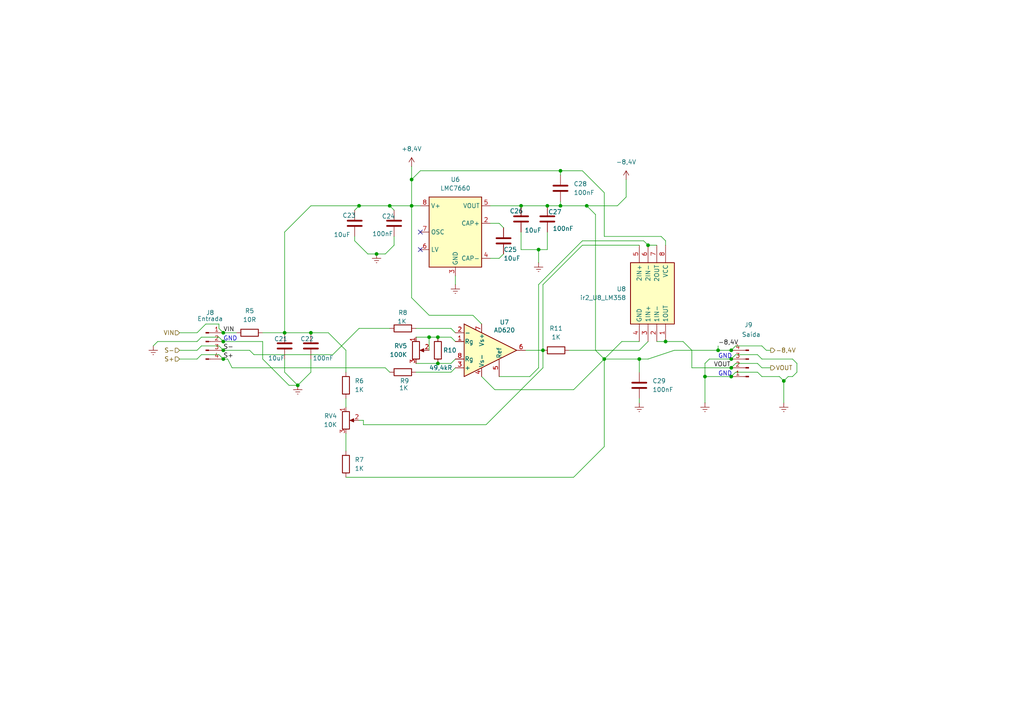
<source format=kicad_sch>
(kicad_sch (version 20250114) (generator "eeschema") (generator_version "9.0")
  (paper "A4")
  (title_block (title "PROJETO IR2_B2_UFAM") (date "07/08/2025") (rev "V1") (company "UFAM-UFMG") (comment 1 "1 - Software Proteus substituído pelo Software Kicad 9.0") (comment 2 "2 - Incluído Amplificafor de Instrumentação para reduzir ruídos") (comment 3 "3 - Incluídos conectores para cabos entrelaçados") (comment 4 "4 - Análise de 4 camadas para reduzir ruídos"))
  (lib_symbols
    (symbol "Amplifier_Instrumentation:AD620" (pin_names (offset 0.127))
      (property "Reference" "U" (at 3.81 7.62 0))
      (property "Value" "AD620" (at 5.08 5.08 0))
      (symbol "AD620_0_1"
        (polyline (pts (xy -7.62 7.62) (xy -7.62 -7.62) (xy 7.62 0) (xy -7.62 7.62)) (stroke (width 0.254)) (fill (type background)))
      )
      (symbol "AD620_1_1"
        (pin input line (at -10.16 5.08 0) (length 2.54) (name "-") (number "2"))
        (pin passive line (at -10.16 2.54 0) (length 2.54) (name "Rg") (number "1"))
        (pin passive line (at -10.16 -2.54 0) (length 2.54) (name "Rg") (number "8"))
        (pin input line (at -10.16 -5.08 0) (length 2.54) (name "+") (number "3"))
        (pin power_in line (at -2.54 7.62 270) (length 2.54) (name "Vs+") (number "7"))
        (pin power_in line (at -2.54 -7.62 90) (length 2.54) (name "Vs-") (number "4"))
        (pin passive line (at 2.54 -7.62 90) (length 5.08) (name "Ref") (number "5"))
        (pin output line (at 10.16 0 180) (length 2.54) (name "~") (number "6"))
      )
    )
    (symbol "Connector:Conn_01x04_Pin" (pin_names (offset 1.016) (hide yes))
      (property "Reference" "J" (at 0 5.08 0))
      (property "Value" "Conn_01x04_Pin" (at 0 -7.62 0))
      (symbol "Conn_01x04_Pin_1_1"
        (rectangle (start 0.8636 2.667) (end 0 2.413) (stroke (width 0.1524)) (fill (type outline)))
        (rectangle (start 0.8636 0.127) (end 0 -0.127) (stroke (width 0.1524)) (fill (type outline)))
        (rectangle (start 0.8636 -2.413) (end 0 -2.667) (stroke (width 0.1524)) (fill (type outline)))
        (rectangle (start 0.8636 -4.953) (end 0 -5.207) (stroke (width 0.1524)) (fill (type outline)))
        (polyline (pts (xy 1.27 2.54) (xy 0.8636 2.54)) (stroke (width 0.1524)))
        (polyline (pts (xy 1.27 0) (xy 0.8636 0)) (stroke (width 0.1524)))
        (polyline (pts (xy 1.27 -2.54) (xy 0.8636 -2.54)) (stroke (width 0.1524)))
        (polyline (pts (xy 1.27 -5.08) (xy 0.8636 -5.08)) (stroke (width 0.1524)))
        (pin passive line (at 5.08 2.54 180) (length 3.81) (name "Pin_1") (number "1"))
        (pin passive line (at 5.08 0 180) (length 3.81) (name "Pin_2") (number "2"))
        (pin passive line (at 5.08 -2.54 180) (length 3.81) (name "Pin_3") (number "3"))
        (pin passive line (at 5.08 -5.08 180) (length 3.81) (name "Pin_4") (number "4"))
      )
    )
    (symbol "Device:C" (pin_numbers (hide yes)) (pin_names (offset 0.254))
      (property "Reference" "C" (at 0.635 2.54 0))
      (property "Value" "C" (at 0.635 -2.54 0))
      (symbol "C_0_1"
        (polyline (pts (xy -2.032 0.762) (xy 2.032 0.762)) (stroke (width 0.508)))
        (polyline (pts (xy -2.032 -0.762) (xy 2.032 -0.762)) (stroke (width 0.508)))
      )
      (symbol "C_1_1"
        (pin passive line (at 0 3.81 270) (length 2.794) (name "~") (number "1"))
        (pin passive line (at 0 -3.81 90) (length 2.794) (name "~") (number "2"))
      )
    )
    (symbol "Device:R" (pin_numbers (hide yes)) (pin_names (offset 0))
      (property "Reference" "R" (at 2.032 0 90))
      (property "Value" "R" (at 0 0 90))
      (symbol "R_0_1"
        (rectangle (start -1.016 -2.54) (end 1.016 2.54) (stroke (width 0.254)))
      )
      (symbol "R_1_1"
        (pin passive line (at 0 3.81 270) (length 1.27) (name "~") (number "1"))
        (pin passive line (at 0 -3.81 90) (length 1.27) (name "~") (number "2"))
      )
    )
    (symbol "Device:R_Potentiometer" (pin_names (offset 1.016) (hide yes))
      (property "Reference" "RV" (at -4.445 0 90))
      (property "Value" "R_Potentiometer" (at -2.54 0 90))
      (symbol "R_Potentiometer_0_1"
        (rectangle (start 1.016 2.54) (end -1.016 -2.54) (stroke (width 0.254)))
        (polyline (pts (xy 1.143 0) (xy 2.286 0.508) (xy 2.286 -0.508) (xy 1.143 0)) (fill (type outline)))
        (polyline (pts (xy 2.54 0) (xy 1.524 0)))
      )
      (symbol "R_Potentiometer_1_1"
        (pin passive line (at 0 3.81 270) (length 1.27) (name "1") (number "1"))
        (pin passive line (at 0 -3.81 90) (length 1.27) (name "3") (number "3"))
        (pin passive line (at 3.81 0 180) (length 1.27) (name "2") (number "2"))
      )
    )
    (symbol "Regulator_SwitchedCapacitor:LMC7660"
      (property "Reference" "U" (at -6.604 11.43 0))
      (property "Value" "LMC7660" (at 0 11.43 0))
      (symbol "LMC7660_0_1"
        (rectangle (start -7.62 10.16) (end 7.62 -10.16) (stroke (width 0.254)) (fill (type background)))
      )
      (symbol "LMC7660_1_1"
        (pin power_in line (at -10.16 7.62 0) (length 2.54) (name "V+") (number "8"))
        (pin input line (at -10.16 0 0) (length 2.54) (name "OSC") (number "7"))
        (pin input line (at -10.16 -5.08 0) (length 2.54) (name "LV") (number "6"))
        (pin no_connect line (at -7.62 5.08 0) (length 2.54) (hide yes) (name "NC") (number "1"))
        (pin power_in line (at 0 -12.7 90) (length 2.54) (name "GND") (number "3"))
        (pin power_out line (at 10.16 7.62 180) (length 2.54) (name "VOUT") (number "5"))
        (pin input line (at 10.16 2.54 180) (length 2.54) (name "CAP+") (number "2"))
        (pin input line (at 10.16 -7.62 180) (length 2.54) (name "CAP-") (number "4"))
      )
    )
    (symbol "lm358_Library:ir2_U8_LM358"
      (property "Reference" "U" (at 4.826 7.62 0))
      (property "Value" "ir2_U8_LM358" (at 4.826 5.08 0))
      (symbol "ir2_U8_LM358_1_1"
        (rectangle (start 5.08 2.54) (end 22.86 -10.16) (stroke (width 0.254)) (fill (type background)))
        (pin passive line (at 0 0 0) (length 5.08) (name "1OUT") (number "1"))
        (pin passive line (at 0 -2.54 0) (length 5.08) (name "1IN-") (number "2"))
        (pin passive line (at 0 -5.08 0) (length 5.08) (name "1IN+") (number "3"))
        (pin passive line (at 0 -7.62 0) (length 5.08) (name "GND") (number "4"))
        (pin passive line (at 27.94 0 180) (length 5.08) (name "VCC") (number "8"))
        (pin passive line (at 27.94 -2.54 180) (length 5.08) (name "2OUT") (number "7"))
        (pin passive line (at 27.94 -5.08 180) (length 5.08) (name "2IN-") (number "6"))
        (pin passive line (at 27.94 -7.62 180) (length 5.08) (name "2IN+") (number "5"))
      )
    )
    (symbol "power:Earth" (power) (pin_numbers (hide yes)) (pin_names (offset 0) (hide yes))
      (property "Value" "Earth" (at 0 -3.81 0))
      (symbol "Earth_0_1"
        (polyline (pts (xy -0.635 -1.905) (xy 0.635 -1.905)))
        (polyline (pts (xy -0.127 -2.54) (xy 0.127 -2.54)))
        (polyline (pts (xy 0 -1.27) (xy 0 0)))
        (polyline (pts (xy 1.27 -1.27) (xy -1.27 -1.27)))
      )
      (symbol "Earth_1_1"
        (pin power_in line (at 0 0 270) (length 0) (name "~") (number "1"))
      )
    )
    (symbol "power:VCC" (power) (pin_numbers (hide yes)) (pin_names (offset 0) (hide yes))
      (property "Value" "VCC" (at 0 3.556 0))
      (symbol "VCC_0_1"
        (polyline (pts (xy -0.762 1.27) (xy 0 2.54)))
        (polyline (pts (xy 0 2.54) (xy 0.762 1.27)))
        (polyline (pts (xy 0 0) (xy 0 2.54)))
      )
      (symbol "VCC_1_1"
        (pin power_in line (at 0 0 90) (length 0) (name "~") (number "1"))
      )
    )
  )
  (text "GND" (at 64.77 99.06 0) (effects (font (size 1.27 1.27)) (justify left bottom)))
  (text "GND" (at 208.28 104.14 0) (effects (font (size 1.27 1.27)) (justify left bottom)))
  (text "GND" (at 208.28 109.22 0) (effects (font (size 1.27 1.27)) (justify left bottom)))
  (junction (at 64.77 104.14))
  (junction (at 156.21 72.39))
  (junction (at 170.18 59.69))
  (junction (at 64.77 101.6))
  (junction (at 127 105.41))
  (junction (at 227.33 110.49))
  (junction (at 175.26 104.14))
  (junction (at 185.42 104.14))
  (junction (at 82.55 96.52))
  (junction (at 109.22 73.66))
  (junction (at 64.77 99.06))
  (junction (at 113.03 59.69))
  (junction (at 124.46 97.79))
  (junction (at 119.38 52.07))
  (junction (at 187.96 71.12))
  (junction (at 158.75 59.69))
  (junction (at 90.17 96.52))
  (junction (at 162.56 59.69))
  (junction (at 119.38 59.69))
  (junction (at 212.09 101.6))
  (junction (at 151.13 59.69))
  (junction (at 193.04 99.06))
  (junction (at 157.48 101.6))
  (junction (at 64.77 96.52))
  (junction (at 127 97.79))
  (junction (at 212.09 109.22))
  (junction (at 212.09 104.14))
  (junction (at 162.56 49.53))
  (junction (at 104.14 59.69))
  (junction (at 204.47 109.22))
  (junction (at 86.36 111.76))
  (junction (at 212.09 106.68))
  (junction (at 208.28 101.6))
  (no_connect (at 121.92 67.31))
  (no_connect (at 121.92 72.39))
  (wire (pts (xy 114.3 60.96) (xy 113.03 59.69)))
  (wire (pts (xy 175.26 104.14) (xy 175.26 129.54)))
  (wire (pts (xy 220.98 104.14) (xy 219.71 102.87)))
  (wire (pts (xy 213.36 107.95) (xy 212.09 109.22)))
  (wire (pts (xy 82.55 107.95) (xy 82.55 104.14)))
  (wire (pts (xy 185.42 104.14) (xy 185.42 107.95)))
  (wire (pts (xy 229.87 109.22) (xy 228.6 109.22)))
  (wire (pts (xy 100.33 101.6) (xy 95.25 96.52)))
  (wire (pts (xy 59.69 93.98) (xy 63.5 93.98)))
  (wire (pts (xy 193.04 69.85) (xy 193.04 71.12)))
  (wire (pts (xy 157.48 82.55) (xy 157.48 101.6)))
  (wire (pts (xy 220.98 106.68) (xy 219.71 105.41)))
  (wire (pts (xy 102.87 60.96) (xy 104.14 59.69)))
  (wire (pts (xy 119.38 59.69) (xy 121.92 59.69)))
  (wire (pts (xy 156.21 72.39) (xy 156.21 76.2)))
  (wire (pts (xy 193.04 69.85) (xy 191.77 68.58)))
  (wire (pts (xy 172.72 62.23) (xy 170.18 59.69)))
  (wire (pts (xy 142.24 59.69) (xy 151.13 59.69)))
  (wire (pts (xy 168.91 69.85) (xy 156.21 82.55)))
  (wire (pts (xy 168.91 71.12) (xy 157.48 82.55)))
  (wire (pts (xy 127 105.41) (xy 130.81 105.41)))
  (wire (pts (xy 106.68 73.66) (xy 109.22 73.66)))
  (wire (pts (xy 102.87 68.58) (xy 102.87 69.85)))
  (wire (pts (xy 185.42 104.14) (xy 187.96 104.14)))
  (wire (pts (xy 172.72 101.6) (xy 172.72 62.23)))
  (wire (pts (xy 156.21 106.68) (xy 153.67 109.22)))
  (wire (pts (xy 58.42 102.87) (xy 63.5 102.87)))
  (wire (pts (xy 222.25 101.6) (xy 220.98 100.33)))
  (wire (pts (xy 229.87 104.14) (xy 231.14 105.41)))
  (wire (pts (xy 64.77 99.06) (xy 76.2 99.06)))
  (wire (pts (xy 82.55 96.52) (xy 82.55 67.31)))
  (wire (pts (xy 213.36 102.87) (xy 219.71 102.87)))
  (wire (pts (xy 200.66 101.6) (xy 200.66 106.68)))
  (wire (pts (xy 186.69 69.85) (xy 168.91 69.85)))
  (wire (pts (xy 157.48 101.6) (xy 157.48 106.68)))
  (wire (pts (xy 208.28 100.33) (xy 208.28 101.6)))
  (wire (pts (xy 223.52 101.6) (xy 222.25 101.6)))
  (wire (pts (xy 130.81 105.41) (xy 132.08 104.14)))
  (wire (pts (xy 76.2 99.06) (xy 76.2 104.14)))
  (wire (pts (xy 227.33 110.49) (xy 227.33 116.84)))
  (wire (pts (xy 220.98 100.33) (xy 213.36 100.33)))
  (wire (pts (xy 57.15 101.6) (xy 58.42 100.33)))
  (wire (pts (xy 52.07 104.14) (xy 57.15 104.14)))
  (wire (pts (xy 187.96 104.14) (xy 195.58 101.6)))
  (wire (pts (xy 82.55 67.31) (xy 90.17 59.69)))
  (wire (pts (xy 175.26 104.14) (xy 172.72 101.6)))
  (wire (pts (xy 144.78 109.22) (xy 153.67 109.22)))
  (wire (pts (xy 165.1 101.6) (xy 185.42 101.6)))
  (wire (pts (xy 109.22 73.66) (xy 111.76 73.66)))
  (wire (pts (xy 181.61 52.07) (xy 181.61 57.15)))
  (wire (pts (xy 151.13 67.31) (xy 151.13 72.39)))
  (wire (pts (xy 166.37 138.43) (xy 175.26 129.54)))
  (wire (pts (xy 180.34 99.06) (xy 175.26 104.14)))
  (wire (pts (xy 124.46 91.44) (xy 119.38 86.36)))
  (wire (pts (xy 124.46 97.79) (xy 127 97.79)))
  (wire (pts (xy 121.92 49.53) (xy 162.56 49.53)))
  (wire (pts (xy 130.81 107.95) (xy 132.08 106.68)))
  (wire (pts (xy 162.56 49.53) (xy 168.91 49.53)))
  (wire (pts (xy 124.46 97.79) (xy 124.46 101.6)))
  (wire (pts (xy 190.5 99.06) (xy 193.04 99.06)))
  (wire (pts (xy 185.42 115.57) (xy 185.42 116.84)))
  (wire (pts (xy 52.07 101.6) (xy 57.15 101.6)))
  (wire (pts (xy 57.15 96.52) (xy 59.69 93.98)))
  (wire (pts (xy 130.81 95.25) (xy 132.08 96.52)))
  (wire (pts (xy 213.36 102.87) (xy 212.09 104.14)))
  (wire (pts (xy 57.15 104.14) (xy 58.42 102.87)))
  (wire (pts (xy 162.56 59.69) (xy 170.18 59.69)))
  (wire (pts (xy 127 97.79) (xy 130.81 97.79)))
  (wire (pts (xy 144.78 64.77) (xy 146.05 66.04)))
  (wire (pts (xy 63.5 95.25) (xy 64.77 96.52)))
  (wire (pts (xy 67.31 106.68) (xy 66.04 104.14)))
  (wire (pts (xy 137.16 91.44) (xy 124.46 91.44)))
  (wire (pts (xy 57.15 99.06) (xy 58.42 97.79)))
  (wire (pts (xy 185.42 71.12) (xy 168.91 71.12)))
  (wire (pts (xy 151.13 72.39) (xy 156.21 72.39)))
  (wire (pts (xy 100.33 107.95) (xy 100.33 101.6)))
  (wire (pts (xy 140.97 123.19) (xy 157.48 106.68)))
  (wire (pts (xy 220.98 104.14) (xy 229.87 104.14)))
  (wire (pts (xy 204.47 109.22) (xy 212.09 109.22)))
  (wire (pts (xy 187.96 71.12) (xy 186.69 69.85)))
  (wire (pts (xy 104.14 95.25) (xy 96.52 102.87)))
  (wire (pts (xy 90.17 96.52) (xy 95.25 96.52)))
  (wire (pts (xy 64.77 104.14) (xy 66.04 104.14)))
  (wire (pts (xy 90.17 107.95) (xy 86.36 111.76)))
  (wire (pts (xy 114.3 68.58) (xy 114.3 71.12)))
  (wire (pts (xy 166.37 113.03) (xy 175.26 104.14)))
  (wire (pts (xy 102.87 69.85) (xy 106.68 73.66)))
  (wire (pts (xy 96.52 102.87) (xy 73.66 102.87)))
  (wire (pts (xy 142.24 64.77) (xy 144.78 64.77)))
  (wire (pts (xy 82.55 107.95) (xy 86.36 111.76)))
  (wire (pts (xy 193.04 99.06) (xy 198.12 99.06)))
  (wire (pts (xy 52.07 96.52) (xy 57.15 96.52)))
  (wire (pts (xy 104.14 121.92) (xy 105.41 121.92)))
  (wire (pts (xy 205.74 104.14) (xy 212.09 104.14)))
  (wire (pts (xy 213.36 105.41) (xy 212.09 106.68)))
  (wire (pts (xy 187.96 99.06) (xy 185.42 101.6)))
  (wire (pts (xy 162.56 49.53) (xy 162.56 50.8)))
  (wire (pts (xy 58.42 97.79) (xy 63.5 97.79)))
  (wire (pts (xy 185.42 99.06) (xy 180.34 99.06)))
  (wire (pts (xy 63.5 102.87) (xy 64.77 104.14)))
  (wire (pts (xy 44.45 100.33) (xy 45.72 99.06)))
  (wire (pts (xy 104.14 59.69) (xy 113.03 59.69)))
  (wire (pts (xy 64.77 96.52) (xy 68.58 96.52)))
  (wire (pts (xy 204.47 105.41) (xy 204.47 109.22)))
  (wire (pts (xy 220.98 109.22) (xy 219.71 107.95)))
  (wire (pts (xy 158.75 59.69) (xy 162.56 59.69)))
  (wire (pts (xy 130.81 97.79) (xy 132.08 99.06)))
  (wire (pts (xy 223.52 106.68) (xy 220.98 106.68)))
  (wire (pts (xy 185.42 104.14) (xy 175.26 104.14)))
  (wire (pts (xy 119.38 59.69) (xy 119.38 52.07)))
  (wire (pts (xy 219.71 105.41) (xy 213.36 105.41)))
  (wire (pts (xy 219.71 107.95) (xy 213.36 107.95)))
  (wire (pts (xy 119.38 52.07) (xy 121.92 49.53)))
  (wire (pts (xy 143.51 113.03) (xy 166.37 113.03)))
  (wire (pts (xy 76.2 104.14) (xy 83.82 111.76)))
  (wire (pts (xy 231.14 107.95) (xy 229.87 109.22)))
  (wire (pts (xy 113.03 59.69) (xy 119.38 59.69)))
  (wire (pts (xy 175.26 55.88) (xy 175.26 68.58)))
  (wire (pts (xy 142.24 74.93) (xy 144.78 74.93)))
  (wire (pts (xy 119.38 48.26) (xy 119.38 52.07)))
  (wire (pts (xy 187.96 71.12) (xy 190.5 71.12)))
  (wire (pts (xy 139.7 109.22) (xy 143.51 113.03)))
  (wire (pts (xy 120.65 107.95) (xy 130.81 107.95)))
  (wire (pts (xy 139.7 93.98) (xy 137.16 91.44)))
  (wire (pts (xy 220.98 109.22) (xy 226.06 109.22)))
  (wire (pts (xy 200.66 106.68) (xy 212.09 106.68)))
  (wire (pts (xy 83.82 111.76) (xy 86.36 111.76)))
  (wire (pts (xy 111.76 106.68) (xy 113.03 107.95)))
  (wire (pts (xy 151.13 59.69) (xy 158.75 59.69)))
  (wire (pts (xy 204.47 109.22) (xy 204.47 116.84)))
  (wire (pts (xy 67.31 106.68) (xy 111.76 106.68)))
  (wire (pts (xy 105.41 121.92) (xy 105.41 123.19)))
  (wire (pts (xy 63.5 100.33) (xy 64.77 101.6)))
  (wire (pts (xy 90.17 107.95) (xy 90.17 104.14)))
  (wire (pts (xy 170.18 59.69) (xy 179.07 59.69)))
  (wire (pts (xy 114.3 71.12) (xy 111.76 73.66)))
  (wire (pts (xy 119.38 59.69) (xy 119.38 86.36)))
  (wire (pts (xy 132.08 80.01) (xy 132.08 82.55)))
  (wire (pts (xy 63.5 97.79) (xy 64.77 99.06)))
  (wire (pts (xy 228.6 109.22) (xy 227.33 110.49)))
  (wire (pts (xy 100.33 138.43) (xy 166.37 138.43)))
  (wire (pts (xy 208.28 101.6) (xy 212.09 101.6)))
  (wire (pts (xy 226.06 109.22) (xy 227.33 110.49)))
  (wire (pts (xy 158.75 67.31) (xy 158.75 72.39)))
  (wire (pts (xy 105.41 123.19) (xy 140.97 123.19)))
  (wire (pts (xy 181.61 57.15) (xy 179.07 59.69)))
  (wire (pts (xy 156.21 82.55) (xy 156.21 106.68)))
  (wire (pts (xy 175.26 68.58) (xy 191.77 68.58)))
  (wire (pts (xy 58.42 100.33) (xy 63.5 100.33)))
  (wire (pts (xy 64.77 101.6) (xy 72.39 101.6)))
  (wire (pts (xy 198.12 99.06) (xy 200.66 101.6)))
  (wire (pts (xy 168.91 49.53) (xy 175.26 55.88)))
  (wire (pts (xy 73.66 102.87) (xy 72.39 101.6)))
  (wire (pts (xy 195.58 101.6) (xy 208.28 101.6)))
  (wire (pts (xy 120.65 97.79) (xy 124.46 97.79)))
  (wire (pts (xy 144.78 74.93) (xy 146.05 73.66)))
  (wire (pts (xy 76.2 96.52) (xy 82.55 96.52)))
  (wire (pts (xy 90.17 59.69) (xy 104.14 59.69)))
  (wire (pts (xy 162.56 58.42) (xy 162.56 59.69)))
  (wire (pts (xy 45.72 99.06) (xy 57.15 99.06)))
  (wire (pts (xy 100.33 125.73) (xy 100.33 130.81)))
  (wire (pts (xy 82.55 96.52) (xy 90.17 96.52)))
  (wire (pts (xy 113.03 95.25) (xy 104.14 95.25)))
  (wire (pts (xy 120.65 95.25) (xy 130.81 95.25)))
  (wire (pts (xy 63.5 93.98) (xy 63.5 95.25)))
  (wire (pts (xy 120.65 105.41) (xy 127 105.41)))
  (wire (pts (xy 213.36 100.33) (xy 212.09 101.6)))
  (wire (pts (xy 204.47 105.41) (xy 205.74 104.14)))
  (wire (pts (xy 100.33 115.57) (xy 100.33 118.11)))
  (wire (pts (xy 156.21 72.39) (xy 158.75 72.39)))
  (wire (pts (xy 152.4 101.6) (xy 157.48 101.6)))
  (wire (pts (xy 231.14 105.41) (xy 231.14 107.95)))
  (label "S+" (at 64.77 104.14 0))
  (label "S-" (at 64.77 101.6 0))
  (label "VIN" (at 64.77 96.52 0))
  (label "VOUT" (at 207.01 106.68 0))
  (label "-8,4V" (at 208.28 100.33 0))
  (hierarchical_label "S+" (shape input) (at 52.07 104.14 180))
  (hierarchical_label "S-" (shape input) (at 52.07 101.6 180))
  (hierarchical_label "-8,4V" (shape output) (at 223.52 101.6 0))
  (hierarchical_label "VOUT" (shape output) (at 223.52 106.68 0))
  (hierarchical_label "VIN" (shape input) (at 52.07 96.52 180))
  (symbol (lib_id "Device:R") (at 100.33 134.62 180) (unit 1)
    (property "Reference" "R7" (at 102.87 133.3499 0) (effects (justify right)))
    (property "Value" "1K" (at 102.87 135.8899 0) (effects (justify right)))
    (property "Footprint" "Resistor_SMD:R_0805_2012Metric" (effects (hide yes)))
    (property "Description" "Resistor" (effects (hide yes)))
  )
  (symbol (lib_id "Device:R") (at 116.84 95.25 270) (unit 1)
    (property "Reference" "R8" (at 116.84 90.678 90))
    (property "Value" "1K" (at 116.586 93.218 90))
    (property "Footprint" "Resistor_SMD:R_0805_2012Metric" (effects (hide yes)))
    (property "Description" "Resistor" (effects (hide yes)))
  )
  (symbol (lib_id "Regulator_SwitchedCapacitor:LMC7660") (at 132.08 67.31 0) (unit 1)
    (property "Reference" "U6" (at 132.08 52.07 0))
    (property "Value" "LMC7660" (at 132.08 54.61 0))
    (property "Footprint" "Package_SO:SOIC-8_5.3x5.3mm_P1.27mm" (effects (hide yes)))
    (property "Datasheet" "http://www.ti.com/lit/ds/symlink/lmc7660.pdf" (effects (hide yes)))
    (property "Description" "Voltage converter from +1.5V to +10V to +1.5V to +10V, SO-8/DIP-8" (effects (hide yes)))
  )
  (symbol (lib_id "Device:C") (at 151.13 63.5 0) (unit 1)
    (property "Reference" "C26" (at 147.828 61.214 0) (effects (justify left)))
    (property "Value" "10uF" (at 152.146 66.802 0) (effects (justify left)))
    (property "Footprint" "Capacitor_SMD:C_Elec_3x5.4" (effects (hide yes)))
    (property "Description" "Unpolarized capacitor" (effects (hide yes)))
  )
  (symbol (lib_id "power:VCC") (at 119.38 48.26 0) (unit 1)
    (property "Reference" "#PWR035" (effects (hide yes)))
    (property "Value" "+8,4V" (at 119.38 43.18 0))
    (property "Description" "Power symbol creates a global label with name \"VCC\"" (effects (hide yes)))
  )
  (symbol (lib_id "power:Earth") (at 227.33 116.84 0) (unit 1)
    (property "Reference" "#PWR041" (effects (hide yes)))
    (property "Value" "Earth" (effects (hide yes)))
    (property "Description" "Power symbol creates a global label with name \"Earth\"" (effects (hide yes)))
  )
  (symbol (lib_id "Device:R") (at 127 101.6 0) (unit 1)
    (property "Reference" "R10" (at 128.524 101.6 0) (effects (justify left)))
    (property "Value" "49,4kR" (at 124.46 106.68 0) (effects (justify left)))
    (property "Footprint" "Resistor_SMD:R_0805_2012Metric" (effects (hide yes)))
    (property "Description" "Resistor" (effects (hide yes)))
  )
  (symbol (lib_id "Device:C") (at 102.87 64.77 0) (unit 1)
    (property "Reference" "C23" (at 99.314 62.484 0) (effects (justify left)))
    (property "Value" "10uF" (at 96.774 68.072 0) (effects (justify left)))
    (property "Footprint" "Capacitor_SMD:C_Elec_3x5.4" (effects (hide yes)))
    (property "Description" "Unpolarized capacitor" (effects (hide yes)))
  )
  (symbol (lib_id "power:VCC") (at 181.61 52.07 0) (unit 1)
    (property "Reference" "#PWR038" (effects (hide yes)))
    (property "Value" "-8,4V" (at 181.61 46.99 0))
    (property "Description" "Power symbol creates a global label with name \"VCC\"" (effects (hide yes)))
  )
  (symbol (lib_id "Device:C") (at 146.05 69.85 180) (unit 1)
    (property "Reference" "C25" (at 146.05 72.3899 0) (effects (justify right)))
    (property "Value" "10uF" (at 146.05 74.9299 0) (effects (justify right)))
    (property "Footprint" "Capacitor_SMD:C_Elec_3x5.4" (effects (hide yes)))
    (property "Description" "Unpolarized capacitor" (effects (hide yes)))
  )
  (symbol (lib_id "power:Earth") (at 204.47 116.84 0) (unit 1)
    (property "Reference" "#PWR040" (effects (hide yes)))
    (property "Value" "Earth" (effects (hide yes)))
    (property "Description" "Power symbol creates a global label with name \"Earth\"" (effects (hide yes)))
  )
  (symbol (lib_id "Device:C") (at 82.55 100.33 0) (unit 1)
    (property "Reference" "C21" (at 79.502 98.298 0) (effects (justify left)))
    (property "Value" "10uF" (at 77.724 103.886 0) (effects (justify left)))
    (property "Footprint" "Capacitor_SMD:C_Elec_3x5.4" (effects (hide yes)))
    (property "Description" "Unpolarized capacitor" (effects (hide yes)))
  )
  (symbol (lib_id "Device:C") (at 114.3 64.77 0) (unit 1)
    (property "Reference" "C24" (at 110.744 62.738 0) (effects (justify left)))
    (property "Value" "100nF" (at 107.95 67.818 0) (effects (justify left)))
    (property "Footprint" "Capacitor_SMD:C_0805_2012Metric_Pad1.18x1.45mm_HandSolder" (effects (hide yes)))
    (property "Description" "Unpolarized capacitor" (effects (hide yes)))
  )
  (symbol (lib_id "Device:C") (at 185.42 111.76 180) (unit 1)
    (property "Reference" "C29" (at 189.23 110.4899 0) (effects (justify right)))
    (property "Value" "100nF" (at 189.23 113.0299 0) (effects (justify right)))
    (property "Footprint" "Capacitor_SMD:C_0805_2012Metric" (effects (hide yes)))
    (property "Description" "Unpolarized capacitor" (effects (hide yes)))
  )
  (symbol (lib_id "Device:R") (at 116.84 107.95 270) (unit 1)
    (property "Reference" "R9" (at 117.348 110.49 90))
    (property "Value" "1K" (at 117.094 112.522 90))
    (property "Footprint" "Resistor_SMD:R_0805_2012Metric" (effects (hide yes)))
    (property "Description" "Resistor" (effects (hide yes)))
  )
  (symbol (lib_id "power:Earth") (at 132.08 82.55 0) (unit 1)
    (property "Reference" "#PWR036" (effects (hide yes)))
    (property "Value" "Earth" (effects (hide yes)))
    (property "Description" "Power symbol creates a global label with name \"Earth\"" (effects (hide yes)))
  )
  (symbol (lib_id "Device:R_Potentiometer") (at 120.65 101.6 0) (unit 1)
    (property "Reference" "RV5" (at 118.11 100.3299 0) (effects (justify right)))
    (property "Value" "100K" (at 118.11 102.8699 0) (effects (justify right)))
    (property "Footprint" "Potentiometer_THT:Potentiometer_Bourns_3296W_Vertical" (effects (hide yes)))
    (property "Description" "Potentiometer" (effects (hide yes)))
  )
  (symbol (lib_id "power:Earth") (at 86.36 111.76 0) (unit 1)
    (property "Reference" "#PWR033" (effects (hide yes)))
    (property "Value" "Earth" (effects (hide yes)))
    (property "Description" "Power symbol creates a global label with name \"Earth\"" (effects (hide yes)))
  )
  (symbol (lib_id "Device:R") (at 100.33 111.76 180) (unit 1)
    (property "Reference" "R6" (at 102.87 110.4899 0) (effects (justify right)))
    (property "Value" "1K" (at 102.87 113.0299 0) (effects (justify right)))
    (property "Footprint" "Resistor_SMD:R_0805_2012Metric" (effects (hide yes)))
    (property "Description" "Resistor" (effects (hide yes)))
  )
  (symbol (lib_id "power:Earth") (at 185.42 116.84 0) (unit 1)
    (property "Reference" "#PWR039" (effects (hide yes)))
    (property "Value" "Earth" (effects (hide yes)))
    (property "Description" "Power symbol creates a global label with name \"Earth\"" (effects (hide yes)))
  )
  (symbol (lib_id "Device:C") (at 162.56 54.61 180) (unit 1)
    (property "Reference" "C28" (at 166.37 53.3399 0) (effects (justify right)))
    (property "Value" "100nF" (at 166.37 55.8799 0) (effects (justify right)))
    (property "Footprint" "Capacitor_SMD:C_0805_2012Metric" (effects (hide yes)))
    (property "Description" "Unpolarized capacitor" (effects (hide yes)))
  )
  (symbol (lib_id "Device:R_Potentiometer") (at 100.33 121.92 0) (unit 1)
    (property "Reference" "RV4" (at 97.79 120.6499 0) (effects (justify right)))
    (property "Value" "10K" (at 97.79 123.1899 0) (effects (justify right)))
    (property "Footprint" "Potentiometer_THT:Potentiometer_Bourns_3296W_Vertical" (effects (hide yes)))
    (property "Description" "Potentiometer" (effects (hide yes)))
  )
  (symbol (lib_id "Connector:Conn_01x04_Pin") (at 59.69 99.06 0) (unit 1)
    (property "Reference" "J8" (at 60.96 90.678 0))
    (property "Value" "Entrada" (at 60.96 92.456 0))
    (property "Footprint" "Connector_Molex:Molex_KK-254_AE-6410-04A_1x04_P2.54mm_Vertical" (effects (hide yes)))
    (property "Description" "Generic connector, single row, 01x04, script generated" (effects (hide yes)))
  )
  (symbol (lib_id "power:Earth") (at 44.45 100.33 0) (unit 1)
    (property "Reference" "#PWR032" (effects (hide yes)))
    (property "Value" "Earth" (effects (hide yes)))
    (property "Description" "Power symbol creates a global label with name \"Earth\"" (effects (hide yes)))
  )
  (symbol (lib_id "Device:C") (at 90.17 100.33 0) (unit 1)
    (property "Reference" "C22" (at 87.122 98.298 0) (effects (justify left)))
    (property "Value" "100nF" (at 90.678 103.886 0) (effects (justify left)))
    (property "Footprint" "Capacitor_SMD:C_0805_2012Metric" (effects (hide yes)))
    (property "Description" "Unpolarized capacitor" (effects (hide yes)))
  )
  (symbol (lib_id "power:Earth") (at 109.22 73.66 0) (unit 1)
    (property "Reference" "#PWR034" (effects (hide yes)))
    (property "Value" "Earth" (effects (hide yes)))
    (property "Description" "Power symbol creates a global label with name \"Earth\"" (effects (hide yes)))
  )
  (symbol (lib_id "Device:C") (at 158.75 63.5 0) (unit 1)
    (property "Reference" "C27" (at 159.004 61.468 0) (effects (justify left)))
    (property "Value" "100nF" (at 160.274 66.294 0) (effects (justify left)))
    (property "Footprint" "Capacitor_SMD:C_0805_2012Metric" (effects (hide yes)))
    (property "Description" "Unpolarized capacitor" (effects (hide yes)))
  )
  (symbol (lib_id "Device:R") (at 161.29 101.6 90) (unit 1)
    (property "Reference" "R11" (at 161.29 95.25 90))
    (property "Value" "1K" (at 161.29 97.79 90))
    (property "Footprint" "Resistor_SMD:R_0805_2012Metric_Pad1.20x1.40mm_HandSolder" (effects (hide yes)))
    (property "Description" "Resistor" (effects (hide yes)))
  )
  (symbol (lib_id "Connector:Conn_01x04_Pin") (at 217.17 106.68 180) (unit 1)
    (property "Reference" "J9" (at 215.9 94.234 0) (effects (justify right)))
    (property "Value" "Saída" (at 215.138 97.028 0) (effects (justify right)))
    (property "Footprint" "Connector_Molex:Molex_KK-254_AE-6410-04A_1x04_P2.54mm_Vertical" (effects (hide yes)))
    (property "Description" "Generic connector, single row, 01x04, script generated" (effects (hide yes)))
  )
  (symbol (lib_id "Amplifier_Instrumentation:AD620") (at 142.24 101.6 0) (unit 1)
    (property "Reference" "U7" (at 146.304 93.472 0))
    (property "Value" "AD620" (at 146.304 95.758 0))
    (property "Footprint" "Package_SO:SOIC-8_5.3x5.3mm_P1.27mm" (effects (hide yes)))
    (property "Datasheet" "https://www.analog.com/media/en/technical-documentation/data-sheets/AD620.pdf" (effects (hide yes)))
    (property "Description" "Low Cost, Low Power, Instrumentation Amplifier, DIP-8/SOIC-8" (effects (hide yes)))
  )
  (symbol (lib_id "lm358_Library:ir2_U8_LM358") (at 193.04 99.06 270) (mirror x) (unit 1)
    (property "Reference" "U8" (at 181.61 83.8199 90) (effects (justify right)))
    (property "Value" "ir2_U8_LM358" (at 181.61 86.3599 90) (effects (justify right)))
    (property "Footprint" "IR2_Library:ir2_U8_SOIC-8_5.3x5.3mm_P1.27mm" (effects (hide yes)))
    (property "Datasheet" "https://datasheet.lcsc.com/szlcsc/1902201702_IDCHIP-LM358_C329455.pdf" (effects (hide yes)))
    (property "Description" "Operational Amplifiers SOP-8 RoHS" (effects (hide yes)))
    (property "Height" "1.5" (effects (hide yes)))
    (property "Manufacturer_Name" "IDCHIP" (effects (hide yes)))
    (property "Manufacturer_Part_Number" "LM358" (effects (hide yes)))
  )
  (symbol (lib_id "power:Earth") (at 156.21 76.2 0) (unit 1)
    (property "Reference" "#PWR037" (effects (hide yes)))
    (property "Value" "Earth" (effects (hide yes)))
    (property "Description" "Power symbol creates a global label with name \"Earth\"" (effects (hide yes)))
  )
  (symbol (lib_id "Device:R") (at 72.39 96.52 90) (unit 1)
    (property "Reference" "R5" (at 72.39 90.17 90))
    (property "Value" "10R" (at 72.39 92.71 90))
    (property "Footprint" "Resistor_SMD:R_0805_2012Metric" (effects (hide yes)))
    (property "Description" "Resistor" (effects (hide yes)))
  )
)
</source>
